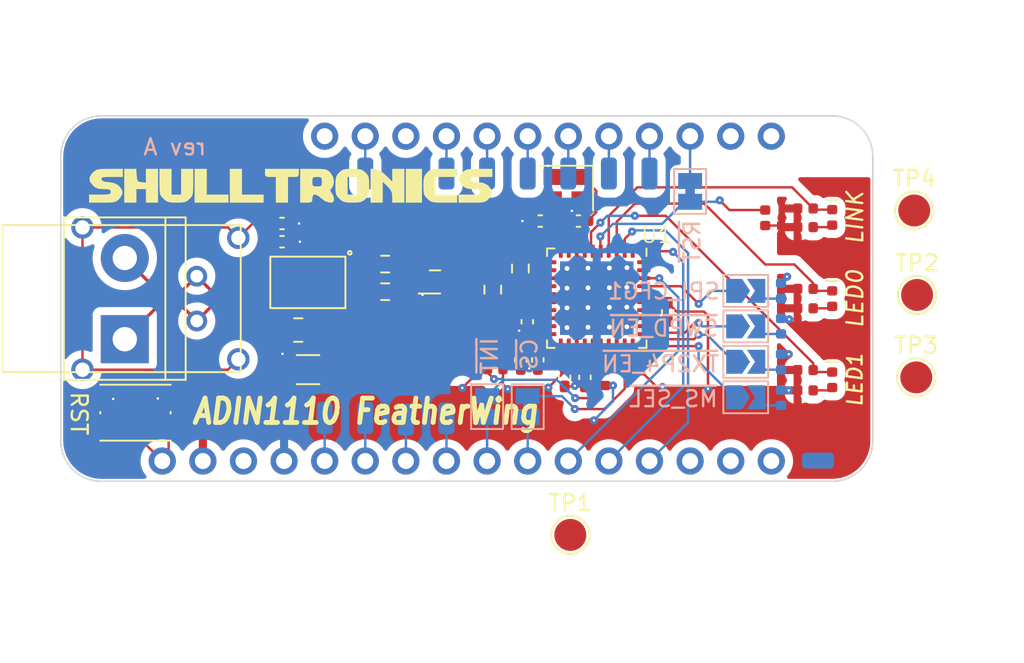
<source format=kicad_pcb>
(kicad_pcb (version 20221018) (generator pcbnew)
  (layers (0 "F.Cu" power) (1 "In1.Cu" signal) (2 "In2.Cu" signal) (31 "B.Cu" mixed) (34 "B.Paste" user) (35 "F.Paste" user) (36 "B.SilkS" user "B.Silkscreen") (37 "F.SilkS" user "F.Silkscreen") (38 "B.Mask" user) (39 "F.Mask" user) (44 "Edge.Cuts" user))
  (net 0 "")
  (net 1 "VBAT")
  (net 2 "GND")
  (net 3 "VCC")
  (net 4 "/~{EN}")
  (net 5 "/SCL")
  (net 6 "/SDA")
  (net 7 "/1V1")
  (net 8 "/TX")
  (net 9 "/RX")
  (net 10 "/MISO")
  (net 11 "/MOSI")
  (net 12 "/SCK")
  (net 13 "/~{RST}")
  (net 14 "Net-(T1-PM)")
  (net 15 "Net-(T1-OUT2A)")
  (net 16 "Net-(T1-OUT1B)")
  (net 17 "Net-(C13-Pad2)")
  (net 18 "/VREF")
  (net 19 "VUSB")
  (net 20 "/~{RST}_DEF")
  (net 21 "/~{INT}_DEF")
  (net 22 "/~{CS}_DEF")
  (net 23 "/~{INT}")
  (net 24 "/~{CS}")
  (net 25 "/~{TX2P4_EN}")
  (net 26 "Net-(JP4-B)")
  (net 27 "/SPI_CFG1")
  (net 28 "Net-(JP5-B)")
  (net 29 "/~{SWPD_EN}")
  (net 30 "Net-(JP6-B)")
  (net 31 "/MS_SEL")
  (net 32 "Net-(JP7-B)")
  (net 33 "/LED_0")
  (net 34 "Net-(U3-A)")
  (net 35 "/LED_1")
  (net 36 "Net-(U4-A)")
  (net 37 "/LINK_ST")
  (net 38 "Net-(U5-A)")
  (net 51 "/D-")
  (net 52 "/D+")
  (net 53 "/CEXT_3")
  (net 54 "/CEXT_2")
  (net 55 "/TEST1")
  (net 56 "/XTAL_I")
  (net 57 "/XTAL_O")
  (net 58 "Net-(C14-Pad2)")
  (net 60 "/Db+")
  (net 61 "/Da+")
  (net 62 "/Db-")
  (net 63 "/Da-")
  (net 64 "/TX-")
  (net 65 "/RX+")
  (net 66 "/RX-")
  (net 67 "/TX+")
  (net 68 "/Dc+")
  (net 69 "/Dc-")
  (net 70 "/~{RESET}")
  (net 71 "/USER")
  (net 72 "/A3")
  (net 73 "/A2")
  (net 74 "/A1")
  (net 75 "/A0")
  (net 76 "/D13")
  (net 77 "/D12")
  (net 78 "/D11")
  (net 79 "/D10")
  (net 80 "/D9")
  (net 81 "/D6")
  (footprint "Shulltronics_Generics:Shulltronics_Logo" (layer "F.Cu") (at 145.7198 85.598)
    (fp_text reference "L1" hide)
    (fp_text value "Shulltronics_Logo" hide)
  )
  (footprint "Shulltronics_Generics:C_0402_HandSolder" (layer "F.Cu") (at 162.0774 87.8586)
    (fp_text reference "C5" hide)
    (fp_text value "4055_Capacitor_10pF_50V_0402" hide)
  )
  (footprint "Resistor_SMD:R_0603_1608Metric_Pad0.98x0.95mm_HandSolder" (layer "F.Cu") (at 152.3746 90.551 180)
    (fp_text reference "C9" hide)
    (fp_text value "4059_Cap_220nF_50V_0603")
  )
  (footprint "TerminalBlock:TerminalBlock_bornier-2_P5.08mm" (layer "F.Cu") (at 136.085 95.25 90)
    (fp_text reference "J3" hide)
    (fp_text value "4060_TerminalBlock_NoScrew")
  )
  (footprint "" (layer "F.Cu") (at 151.13 84.8868)
    (fp_text reference "")
    (fp_text value "")
  )
  (footprint "Shulltronics_Generics:RES-0402" (layer "F.Cu") (at 178.6636 88.2396 180)
    (fp_text reference "R17" hide)
    (fp_text value "4038_Resistor_SMD_100_0.125W_1%")
  )
  (footprint "Capacitor_SMD:C_0805_2012Metric_Pad1.18x1.45mm_HandSolder" (layer "F.Cu") (at 146.939 94.6766 180)
    (fp_text reference "C12" hide)
    (fp_text value "4061_Capacitor_470nF_100V_0805")
  )
  (footprint "Shulltronics_ElectroMechanical:4012_PushButton_NO_SMD" (layer "F.Cu") (at 136.8096 99.9194 180)
    (fp_text reference "SW2" hide)
    (fp_text value "RST")
  )
  (footprint "Shulltronics_Connectors:4067_SPE_IP20" (layer "F.Cu") (at 135.889 92.71)
    (fp_text reference "J4" hide)
    (fp_text value "~")
  )
  (footprint "Shulltronics_Generics:TestPoint_Pad_D2.0mm" (layer "F.Cu") (at 185.6486 92.4814)
    (fp_text reference "TP2")
    (fp_text value "LED0")
  )
  (footprint "Shulltronics_Generics:LED_0402" (layer "F.Cu") (at 180.34 92.71 90)
    (fp_text reference "U3")
    (fp_text value "LED0")
  )
  (footprint "Shulltronics_Generics:RES-0402" (layer "F.Cu") (at 166.1414 97.663 90)
    (fp_text reference "R3" hide)
    (fp_text value "4065_Resistor_SMD_1k5_0.10W_1%")
  )
  (footprint "Shulltronics_Generics:LED_0402" (layer "F.Cu") (at 180.34 87.63 90)
    (fp_text reference "U5")
    (fp_text value "LINK")
  )
  (footprint "Shulltronics_Generics:RES-0402" (layer "F.Cu") (at 157.1752 90.8812 180)
    (fp_text reference "R5" hide)
    (fp_text value "4009_Resistor_SMD_5k1_0.10W_1%")
  )
  (footprint "Shulltronics_Generics:RES-0402" (layer "F.Cu") (at 178.6636 93.318701 180)
    (fp_text reference "R9" hide)
    (fp_text value "4038_Resistor_SMD_100_0.125W_1%")
  )
  (footprint "Shulltronics_Generics:RES-0402" (layer "F.Cu") (at 176.149 87.6554 90)
    (fp_text reference "R21" hide)
    (fp_text value "4008_Resistor_SMD_10k_0.125W_1%")
  )
  (footprint "Shulltronics_Integrated_Circuits:4058_TVS_2CH_Super_Speed" (layer "F.Cu") (at 155.1686 91.6686)
    (fp_text reference "U2" hide)
    (fp_text value "4058_TVS_2CH_Super_Speed")
  )
  (footprint "Shulltronics_Generics:RES-0402" (layer "F.Cu") (at 178.6636 97.179501)
    (fp_text reference "R11" hide)
    (fp_text value "4064_Resistor_SMD_4k7_0.10W_1%")
  )
  (footprint "Resistor_SMD:R_0603_1608Metric_Pad0.98x0.95mm_HandSolder" (layer "F.Cu") (at 152.3746 92.2782 180)
    (fp_text reference "C10" hide)
    (fp_text value "4059_Cap_220nF_50V_0603")
  )
  (footprint "Shulltronics_Generics:RES-0402" (layer "F.Cu") (at 149.5806 94.6634 -90)
    (fp_text reference "R12" hide)
    (fp_text value "4038_Resistor_SMD_100_0.125W_1%")
  )
  (footprint "Resistor_SMD:R_0603_1608Metric_Pad0.98x0.95mm_HandSolder" (layer "F.Cu") (at 159.1056 92.1512 -90)
    (fp_text reference "R2" hide)
    (fp_text value "4066_Resistor_SMD_10k2_0.1W_1%_0603")
  )
  (footprint "Shulltronics_Generics:RES-0402" (layer "F.Cu") (at 167.8432 97.2058)
    (fp_text reference "R20" hide)
    (fp_text value "4064_Resistor_SMD_4k7_0.10W_1%")
  )
  (footprint "Shulltronics_Passives:4004-Crystal-12MHz-4Pin_2.5x2.0mm" (layer "F.Cu") (at 163.7284 85.8012 180)
    (fp_text reference "Y1" hide)
    (fp_text value "4056_Crystal_25MHz" hide)
  )
  (footprint "Shulltronics_Generics:TestPoint_Pad_D2.0mm" (layer "F.Cu") (at 185.4708 87.1982)
    (fp_text reference "TP4")
    (fp_text value "LINK")
  )
  (footprint "Shulltronics_Generics:TestPoint_Pad_D2.0mm" (layer "F.Cu") (at 163.957 107.4928)
    (fp_text reference "TP1")
    (fp_text value "1V1")
  )
  (footprint "Shulltronics_Passives:4057_Super_Tiny_Signal_Transformer" (layer "F.Cu") (at 147.5366 91.6964 180)
    (fp_text reference "T1" hide)
    (fp_text value "4057_Super_Tiny_Signal_Transformer")
  )
  (footprint "Shulltronics_Generics:C_0402_HandSolder" (layer "F.Cu") (at 160.8582 96.5454 90)
    (fp_text reference "C8" hide)
    (fp_text value "3089_Capacitor_100n_16V_0402" hide)
  )
  (footprint "Shulltronics_Generics:TestPoint_Pad_D2.0mm" (layer "F.Cu") (at 185.5978 97.6376)
    (fp_text reference "TP3")
    (fp_text value "LED1")
  )
  (footprint "Shulltronics_Generics:RES-0402" (layer "F.Cu") (at 157.1752 93.1164)
    (fp_text reference "R7" hide)
    (fp_text value "4053_Resistor_SMD_49.9_0.125W_1%")
  )
  (footprint "Shulltronics_Generics:RES-0402" (layer "F.Cu") (at 159.258 97.1296 180)
    (fp_text reference "R19" hide)
    (fp_text value "4065_Resistor_SMD_1k5_0.10W_1%")
  )
  (footprint "Shulltronics_Integrated_Circuits:4052_ADIN1110_40QFN" (layer "F.Cu") (at 165.6104 92.6846 -90)
    (fp_text reference "U1")
    (fp_text value "4052_ADIN1110")
  )
  (footprint "Shulltronics_Generics:C_0402_HandSolder" (layer "F.Cu") (at 170.053 93.5395 90)
    (fp_text reference "C2" hide)
    (fp_text value "3089_Capacitor_100n_16V_0402" hide)
  )
  (footprint "Shulltronics_Generics:C_0402_HandSolder" (layer "F.Cu") (at 161.2646 94.1578 90)
    (fp_text reference "C1" hide)
    (fp_text value "3089_Capacitor_100n_16V_0402" hide)
  )
  (footprint "Shulltronics_Generics:C_0402_HandSolder" (layer "F.Cu") (at 164.465 87.8586)
    (fp_text reference "C4" hide)
    (fp_text value "4055_Capacitor_10pF_50V_0402" hide)
  )
  (footprint "Shulltronics_Generics:C_0402_HandSolder" (layer "F.Cu") (at 145.923 89.154 180)
    (fp_text reference "C11" hide)
    (fp_text value "4063_Capacitor_100n_50V_0402" hide)
  )
  (footprint "Shulltronics_Generics:LED_0402" (layer "F.Cu") (at 180.34 97.79 90)
    (fp_text reference "U4" hide)
    (fp_text value "LED1")
  )
  (footprint "Capacitor_SMD:C_1206_3216Metric_Pad1.33x1.80mm_HandSolder" (layer "F.Cu") (at 147.5486 97.155)
    (fp_text reference "C13" hide)
    (fp_text value "4062_Capacitor_1nF_2kV_1206")
  )
  (footprint "Shulltronics_Generics:C_0402_HandSolder" (layer "F.Cu") (at 164.8714 97.6376 90)
    (fp_text reference "C6" hide)
    (fp_text value "3089_Capacitor_100n_16V_0402" hide)
  )
  (footprint "Shulltronics_Connectors:4040_Header_12pos_2.54mm" (layer "F.Cu") (at 148.59 82.55 90)
    (fp_text reference "J2" hide)
    (fp_text value "4040_Header_Male_Vert_12pin_0.1in" hide)
  )
  (footprint "Resistor_SMD:R_0603_1608Metric_Pad0.98x0.95mm_HandSolder" (layer "F.Cu") (at 160.8328 90.8304 -90)
    (fp_text reference "R1" hide)
    (fp_text value "4066_Resistor_SMD_10k2_0.1W_1%_0603")
  )
  (footprint "Shulltronics_Generics:RES-0402" (layer "F.Cu") (at 178.6636 92.099501)
    (fp_text reference "R8" hide)
    (fp_text value "4064_Resistor_SMD_4k7_0.10W_1%")
  )
  (footprint "Shulltronics_Generics:C_0402_HandSolder" (layer "F.Cu") (at 163.6014 97.6376 90)
    (fp_text reference "C3" hide)
    (fp_text value "3089_Capacitor_100n_16V_0402" hide)
  )
  (footprint "Shulltronics_Generics:RES-0402" (layer "F.Cu") (at 157.1752 91.9988 180)
    (fp_text reference "R6" hide)
    (fp_text value "4009_Resistor_SMD_5k1_0.10W_1%")
  )
  (footprint "Shulltronics_Connectors:4039_Header_16pos_2.54mm" (layer "F.Cu") (at 176.53 102.87 -90)
    (fp_text reference "J1" hide)
    (fp_text value "4039_Header_Male_Vert_16pin_0.1in" hide)
  )
  (footprint "Shulltronics_Generics:RES-0402" (layer "F.Cu") (at 178.6636 98.449501 180)
    (fp_text reference "R14" hide)
    (fp_text value "4038_Resistor_SMD_100_0.125W_1%")
  )
  (footprint "Shulltronics_Generics:C_0402_HandSolder" (layer "F.Cu") (at 145.923 88.011 180)
    (fp_text reference "C14" hide)
    (fp_text value "4069_Capacitor_3.3n_50V_0402" hide)
  )
  (footprint "Shulltronics_Generics:C_0402_HandSolder" (layer "F.Cu") (at 161.925 96.5454 90)
    (fp_text reference "C7" hide)
    (fp_text value "4013_Capacitor_1u_16V_0402" hide)
  )
  (footprint "Shulltronics_Generics:RES-0402" (layer "F.Cu") (at 157.1752 89.8144)
    (fp_text reference "R4" hide)
    (fp_text value "4053_Resistor_SMD_49.9_0.125W_1%")
  )
  (footprint "Shulltronics_Generics:RES-0402" (layer "F.Cu") (at 178.6636 87.0712)
    (fp_text reference "R15" hide)
    (fp_text value "4064_Resistor_SMD_4k7_0.10W_1%")
  )
  (footprint "Connector_Wire:SolderWirePad_1x01_SMD_1x2mm" (layer "B.Cu") (at 166.37 84.8868 180)
    (fp_text reference "REF**" hide)
    (fp_text value "SolderWirePad_1x01_SMD_1x2mm")
  )
  (footprint "Connector_Wire:SolderWirePad_1x01_SMD_1x2mm" (layer "B.Cu") (at 168.91 84.8868 180)
    (fp_text reference "REF**" hide)
    (fp_text value "SolderWirePad_1x01_SMD_1x2mm")
  )
  (footprint "Jumper:SolderJumper-2_P1.3mm_Bridged_Pad1.0x1.5mm" (layer "B.Cu") (at 158.75 99.4664 -90)
    (fp_text reference "JP1" hide)
    (fp_text value "~{INT}")
  )
  (footprint "Connector_Wire:SolderWirePad_1x01_SMD_1x2mm" (layer "B.Cu") (at 179.451 102.8446 -90)
    (fp_text reference "REF**" hide)
    (fp_text value "SolderWirePad_1x01_SMD_1x2mm")
  )
  (footprint "Connector_Wire:SolderWirePad_1x01_SMD_1x2mm" (layer "B.Cu") (at 156.21 100.203 180)
    (fp_text reference "REF**" hide)
    (fp_text value "SolderWirePad_1x01_SMD_1x2mm")
  )
  (footprint "Connector_Wire:SolderWirePad_1x01_SMD_1x2mm" (layer "B.Cu") (at 161.29 84.8868 180)
    (fp_text reference "REF**" hide)
    (fp_text value "SolderWirePad_1x01_SMD_1x2mm")
  )
  (footprint "Connector_Wire:SolderWirePad_1x01_SMD_1x2mm" (layer "B.Cu") (at 148.59 100.1776 180)
    (fp_text reference "REF**" hide)
    (fp_text value "SolderWirePad_1x01_SMD_1x2mm")
  )
  (footprint "Jumper:SolderJumper-2_P1.3mm_Open_TrianglePad1.0x1.5mm" (layer "B.Cu") (at 174.9298 92.2274)
    (fp_text reference "JP5" hide)
    (fp_text value "SPI_CFG1")
  )
  (footprint "Connector_Wire:SolderWirePad_1x01_SMD_1x2mm" (layer "B.Cu") (at 153.67 100.2792 180)
    (fp_text reference "REF**" hide)
    (fp_text value "SolderWirePad_1x01_SMD_1x2mm")
  )
  (footprint "Jumper:SolderJumper-2_P1.3mm_Open_TrianglePad1.0x1.5mm" (layer "B.Cu") (at 174.9298 98.882198)
    (fp_text reference "JP7" hide)
    (fp_text value "~{MS_SEL}")
  )
  (footprint "Jumper:SolderJumper-2_P1.3mm_Open_TrianglePad1.0x1.5mm" (layer "B.Cu") (at 174.9298 94.445666)
    (fp_text reference "JP6" hide)
    (fp_text value "~{SWPD_EN}")
  )
  (footprint "Connector_Wire:SolderWirePad_1x01_SMD_1x2mm" (layer "B.Cu") (at 163.83 84.8868 180)
    (fp_text reference "REF**" hide)
    (fp_text value "SolderWirePad_1x01_SMD_1x2mm")
  )
  (footprint "Shulltronics_Generics:RES-0402" (layer "B.Cu") (at 177.1396 92.2274 -90)
    (fp_text reference "R13" hide)
    (fp_text value "4064_Resistor_SMD_4k7_0.10W_1%")
  )
  (footprint "Connector_Wire:SolderWirePad_1x01_SMD_1x2mm" (layer "B.Cu") (at 151.13 100.1776 180)
    (fp_text reference "REF**" hide)
    (fp_text value "SolderWirePad_1x01_SMD_1x2mm")
  )
  (footprint "Connector_Wire:SolderWirePad_1x01_SMD_1x2mm" (layer "B.Cu") (at 156.21 84.8868)
    (fp_text reference "REF**" hide)
    (fp_text value "SolderWirePad_1x01_SMD_1x2mm")
  )
  (footprint "Jumper:SolderJumper-2_P1.3mm_Bridged_Pad1.0x1.5mm" (layer "B.Cu") (at 171.45 86.0044 90)
    (fp_text reference "JP2" hide)
    (fp_text value "~{RST}")
  )
  (footprint "Jumper:SolderJumper-2_P1.3mm_Open_TrianglePad1.0x1.5mm" (layer "B.Cu") (at 174.9298 96.663932)
    (fp_text reference "JP4" hide)
    (fp_text value "~{TX2P4_EN}")
  )
  (footprint "Connector_Wire:SolderWirePad_1x01_SMD_1x2mm" (layer "B.Cu") (at 158.75 84.8868 180)
    (fp_text reference "REF**" hide)
    (fp_text value "SolderWirePad_1x01_SMD_1x2mm")
  )
  (footprint "Shulltronics_Generics:RES-0402" (layer "B.Cu") (at 177.1396 98.9076 -90)
    (fp_text reference "R18" hide)
    (fp_text value "4064_Resistor_SMD_4k7_0.10W_1%")
  )
  (footprint "Shulltronics_Generics:RES-0402" (layer "B.Cu") (at 177.1396 96.6724 -90)
    (fp_text reference "R10" hide)
    (fp_text value "4064_Resistor_SMD_4k7_0.10W_1%")
  )
  (footprint "Jumper:SolderJumper-2_P1.3mm_Bridged_Pad1.0x1.5mm" (layer "B.Cu") (at 161.29 99.4664 -90)
    (fp_text reference "JP3" hide)
    (fp_text value "~{CS}")
  )
  (footprint "Shulltronics_Generics:RES-0402" (layer "B.Cu") (at 177.1396 94.4372 -90)
    (fp_text reference "R16" hide)
    (fp_text value "4064_Resistor_SMD_4k7_0.10W_1%")
  )
  (gr_line (start 132.08 101.6) (end 132.08 83.82) (stroke (width 0.1)) (layer "Edge.Cuts"))
  (gr_line (start 180.34 81.28) (end 134.62 81.28) (stroke (width 0.1)) (layer "Edge.Cuts"))
  (gr_arc (start 180.34 81.28) (mid 182.136051 82.023949) (end 182.88 83.82) (stroke (width 0.1)) (layer "Edge.Cuts"))
  (gr_arc (start 182.880001 101.600001) (mid 182.136052 103.396052) (end 180.340001 104.140001) (stroke (width 0.1)) (layer "Edge.Cuts"))
  (gr_arc (start 132.08 83.82) (mid 132.823949 82.023949) (end 134.62 81.28) (stroke (width 0.1)) (layer "Edge.Cuts"))
  (gr_arc (start 134.62 104.14) (mid 132.823949 103.396051) (end 132.08 101.6) (stroke (width 0.1)) (layer "Edge.Cuts"))
  (gr_line (start 134.62 104.14) (end 180.340001 104.140001) (stroke (width 0.1)) (layer "Edge.Cuts"))
  (gr_line (start 182.880001 101.600001) (end 182.88 83.82) (stroke (width 0.1)) (layer "Edge.Cuts"))
  (gr_text "rev A" (at 141.2748 83.82) (layer "B.SilkS") (effects (font (size 1.016 1.016) (thickness 0.1524)) (justify left bottom mirror)))
  (gr_text "ADIN1110 FeatherWing" (at 140.1826 100.6602) (layer "F.SilkS") (effects (font (size 1.524 1.27) (thickness 0.3048) bold italic) (justify left bottom)))
  (segment (start 154.7114 92.4814) (end 154.7114 92.0614) (width 0.1524) (layer "F.Cu") (net 2))
  (segment (start 163.6014 98.2051) (end 164.8714 98.2051) (width 0.1524) (layer "F.Cu") (net 2))
  (segment (start 163.8975 87.8586) (end 163.8975 87.3847) (width 0.1524) (layer "F.Cu") (net 2))
  (segment (start 154.7114 92.0614) (end 154.6936 92.0436) (width 0.1524) (layer "F.Cu") (net 2))
  (segment (start 163.8975 87.3847) (end 164.0586 87.2236) (width 0.1524) (layer "F.Cu") (net 2))
  (via (at 162.56 84.4042) (size 0.508) (drill 0.1524) (layers "F.Cu" "B.Cu") (net 2))
  (via (at 160.9598 87.8586) (size 0.508) (drill 0.1524) (layers "F.Cu" "B.Cu") (net 2))
  (via (at 135.3566 98.9838) (size 0.508) (drill 0.1524) (layers "F.Cu" "B.Cu") (net 2))
  (via (at 169.6466 93.7514) (size 0.508) (drill 0.1524) (layers "F.Cu" "B.Cu") (net 2))
  (via (at 164.0586 87.2236) (size 0.508) (drill 0.1524) (layers "F.Cu" "B.Cu") (net 2))
  (via (at 146.9898 88.011) (size 0.508) (drill 0.1524) (layers "F.Cu" "B.Cu") (net 2))
  (via (at 161.3916 97.0788) (size 0.508) (drill 0.1524) (layers "F.Cu" "B.Cu") (net 2))
  (via (at 147.0406 89.154) (size 0.508) (drill 0.1524) (layers "F.Cu" "B.Cu") (net 2))
  (via (at 164.2364 98.171) (size 0.508) (drill 0.1524) (layers "F.Cu" "B.Cu") (net 2))
  (via (at 145.9484 96.1644) (size 0.508) (drill 0.1524) (layers "F.Cu" "B.Cu") (net 2))
  (via (at 160.7566 94.7166) (size 0.508) (drill 0.1524) (layers "F.Cu" "B.Cu") (net 2))
  (via (at 138.1506 98.9584) (size 0.508) (drill 0.1524) (layers "F.Cu" "B.Cu") (net 2))
  (via (at 154.7114 92.4814) (size 0.508) (drill 0.1524) (layers "F.Cu" "B.Cu") (net 2))
  (segment (start 163.6014 97.0701) (end 163.6014 97.2566) (width 0.1524) (layer "F.Cu") (net 3))
  (segment (start 159.743 97.1296) (end 159.743 98.0718) (width 0.1524) (layer "F.Cu") (net 3))
  (segment (start 176.149 88.1404) (end 178.0794 88.1404) (width 0.1524) (layer "F.Cu") (net 3))
  (segment (start 161.4203 93.4346) (end 162.6729 93.4346) (width 0.1524) (layer "F.Cu") (net 3))
  (segment (start 163.6014 97.0701) (end 163.8604 96.8111) (width 0.1524) (layer "F.Cu") (net 3))
  (segment (start 157.988 97.5106) (end 157.2006 98.298) (width 0.1524) (layer "F.Cu") (net 3))
  (segment (start 168.5479 92.9346) (end 170.0149 92.9346) (width 0.1524) (layer "F.Cu") (net 3))
  (segment (start 169.3696 98.2472) (end 169.7228 98.2472) (width 0.1524) (layer "F.Cu") (net 3))
  (segment (start 157.988 96.3422) (end 157.988 97.5106) (width 0.1524) (layer "F.Cu") (net 3))
  (segment (start 162.6729 92.9346) (end 162.6729 93.4346) (width 0.1524) (layer "F.Cu") (net 3))
  (segment (start 170.6038 93.5228) (end 172.3136 93.5228) (width 0.1524) (layer "F.Cu") (net 3))
  (segment (start 170.053 92.972) (end 170.6038 93.5228) (width 0.1524) (layer "F.Cu") (net 3))
  (segment (start 168.3282 97.2058) (end 169.3696 98.2472) (width 0.1524) (layer "F.Cu") (net 3))
  (segment (start 163.8604 96.8111) (end 163.8604 95.6221) (width 0.1524) (layer "F.Cu") (net 3))
  (segment (start 163.6014 97.2566) (end 162.5854 98.2726) (width 0.1524) (layer "F.Cu") (net 3))
  (segment (start 159.743 98.0718) (end 160.0454 98.3742) (width 0.1524) (layer "F.Cu") (net 3))
  (segment (start 172.5676 93.7768) (end 172.5676 98.3488) (width 0.1524) (layer "F.Cu") (net 3))
  (segment (start 160.1494 98.2702) (end 160.0454 98.3742) (width 0.1524) (layer "F.Cu") (net 3))
  (segment (start 170.0149 92.9346) (end 170.0189 92.9386) (width 0.1524) (layer "F.Cu") (net 3))
  (segment (start 160.7399 93.5903) (end 157.988 96.3422) (width 0.1524) (layer "F.Cu") (net 3))
  (segment (start 161.2646 93.5903) (end 161.4203 93.4346) (width 0.1524) (layer "F.Cu") (net 3))
  (segment (start 178.0794 88.1404) (end 178.1786 88.2396) (width 0.1524) (layer "F.Cu") (net 3))
  (segment (start 161.2646 93.5903) (end 160.7399 93.5903) (width 0.1524) (layer "F.Cu") (net 3))
  (segment (start 172.3136 93.5228) (end 172.5676 93.7768) (width 0.1524) (layer "F.Cu") (net 3))
  (via (at 157.2006 98.298) (size 0.508) (drill 0.1524) (layers "F.Cu" "B.Cu") (net 3))
  (via (at 177.6222 98.4504) (size 0.508) (drill 0.1524) (layers "F.Cu" "B.Cu") (net 3))
  (via (at 169.7228 98.2472) (size 0.508) (drill 0.1524) (layers "F.Cu" "B.Cu") (net 3))
  (via (at 160.0454 98.3742) (size 0.508) (drill 0.1524) (layers "F.Cu" "B.Cu") (net 3))
  (via (at 177.5206 91.3384) (size 0.508) (drill 0.1524) (layers "F.Cu" "B.Cu") (net 3))
  (via (at 166.624 98.1456) (size 0.508) (drill 0.1524) (layers "F.Cu" "B.Cu") (net 3))
  (via (at 177.6222 96.1898) (size 0.508) (drill 0.1524) (layers "F.Cu" "B.Cu") (net 3))
  (via (at 162.5854 98.2726) (size 0.508) (drill 0.1524) (layers "F.Cu" "B.Cu") (net 3))
  (via (at 177.6476 94.0054) (size 0.508) (drill 0.1524) (layers "F.Cu" "B.Cu") (net 3))
  (via (at 165.4302 100.33) (size 0.508) (drill 0.1524) (layers "F.Cu" "B.Cu") (net 3))
  (via (at 172.5676 98.3488) (size 0.508) (drill 0.1524) (layers "F.Cu" "B.Cu") (net 3))
  (segment (start 166.624 98.1456) (end 166.624 99.1362) (width 0.1524) (layer "B.Cu") (net 3))
  (segment (start 166.624 99.1362) (end 165.4302 100.33) (width 0.1524) (layer "B.Cu") (net 3))
  (segment (start 151.13 84.8868) (end 151.13 82.55) (width 0.1524) (layer "B.Cu") (net 4))
  (segment (start 164.8714 97.0701) (end 164.8714 95.6331) (width 0.1524) (layer "F.Cu") (net 7))
  (segment (start 164.8714 95.6331) (end 164.8604 95.6221) (width 0.1524) (layer "F.Cu") (net 7))
  (segment (start 164.3604 95.6221) (end 164.8604 95.6221) (width 0.1524) (layer "F.Cu") (net 7))
  (segment (start 167.8178 88.5185) (end 167.3604 88.9759) (width 0.1524) (layer "F.Cu") (net 10))
  (segment (start 167.3604 88.9759) (end 167.3604 89.7471) (width 0.1524) (layer "F.Cu") (net 10))
  (via (at 167.8178 88.5185) (size 0.508) (drill 0.1524) (layers "F.Cu" "B.Cu") (net 10))
  (segment (start 167.8935 88.4428) (end 169.9006 88.4428) (width 0.1524) (layer "B.Cu") (net 10))
  (segment (start 171.323 100.457) (end 168.91 102.87) (width 0.1524) (layer "B.Cu") (net 10))
  (segment (start 171.323 89.8652) (end 171.323 100.457) (width 0.1524) (layer "B.Cu") (net 10))
  (segment (start 169.9006 88.4428) (end 171.323 89.8652) (width 0.1524) (layer "B.Cu") (net 10))
  (segment (start 167.8178 88.5185) (end 167.8935 88.4428) (width 0.1524) (layer "B.Cu") (net 10))
  (segment (start 170.3832 89.789) (end 170.3413 89.7471) (width 0.1524) (layer "F.Cu") (net 11))
  (segment (start 170.3413 89.7471) (end 167.8604 89.7471) (width 0.1524) (layer "F.Cu") (net 11))
  (via (at 170.3832 89.789) (size 0.508) (drill 0.1524) (layers "F.Cu" "B.Cu") (net 11))
  (segment (start 170.3832 89.789) (end 171.0182 90.424) (width 0.1524) (layer "B.Cu") (net 11))
  (segment (start 171.0182 98.2218) (end 166.37 102.87) (width 0.1524) (layer "B.Cu") (net 11))
  (segment (start 171.0182 90.424) (end 171.0182 98.2218) (width 0.1524) (layer "B.Cu") (net 11))
  (segment (start 169.5142 91.4346) (end 168.5479 91.4346) (width 0.1524) (layer "F.Cu") (net 12))
  (segment (start 169.5196 91.44) (end 169.5142 91.4346) (width 0.1524) (layer "F.Cu") (net 12))
  (via (at 169.5196 91.44) (size 0.508) (drill 0.1524) (layers "F.Cu" "B.Cu") (net 12))
  (segment (start 170.7134 95.9866) (end 163.83 102.87) (width 0.1524) (layer "B.Cu") (net 12))
  (segment (start 169.5196 91.44) (end 170.7134 92.6338) (width 0.1524) (layer "B.Cu") (net 12))
  (segment (start 170.7134 92.6338) (end 170.7134 95.9866) (width 0.1524) (layer "B.Cu") (net 12))
  (segment (start 136.6602 101.1002) (end 138.43 102.87) (width 0.1524) (layer "F.Cu") (net 13))
  (segment (start 138.8286 102.4714) (end 138.43 102.87) (width 0.1524) (layer "F.Cu") (net 13))
  (segment (start 134.6786 101.1002) (end 136.6602 101.1002) (width 0.1524) (layer "F.Cu") (net 13))
  (segment (start 138.8286 101.1002) (end 138.8286 102.4714) (width 0.1524) (layer "F.Cu") (net 13))
  (segment (start 145.3555 89.154) (end 145.3555 90.2103) (width 0.1524) (layer "F.Cu") (net 14))
  (segment (start 145.3555 90.2103) (end 145.5366 90.3914) (width 0.1524) (layer "F.Cu") (net 14))
  (segment (start 149.5806 94.1784) (end 149.9266 93.8324) (width 0.1524) (layer "F.Cu") (net 15))
  (segment (start 148.4747 94.1784) (end 147.9765 94.6766) (width 0.1524) (layer "F.Cu") (net 15))
  (segment (start 149.5806 94.1784) (end 148.4747 94.1784) (width 0.1524) (layer "F.Cu") (net 15))
  (segment (start 149.9266 93.8324) (end 149.9266 93.0464) (width 0.1524) (layer "F.Cu") (net 15))
  (segment (start 145.9015 94.6766) (end 147.5317 93.0464) (width 0.1524) (layer "F.Cu") (net 16))
  (segment (start 147.5317 93.0464) (end 149.1366 93.0464) (width 0.1524) (layer "F.Cu") (net 16))
  (segment (start 149.1111 95.6179) (end 149.5806 95.1484) (width 0.1524) (layer "F.Cu") (net 17))
  (segment (start 149.1111 97.155) (end 149.1111 95.6179) (width 0.1524) (layer "F.Cu") (net 17))
  (segment (start 171.45 85.3544) (end 171.45 82.55) (width 0.1524) (layer "B.Cu") (net 20))
  (segment (start 158.75 100.1164) (end 158.75 102.87) (width 0.1524) (layer "B.Cu") (net 21))
  (segment (start 161.29 100.1164) (end 161.29 102.87) (width 0.1524) (layer "B.Cu") (net 22))
  (segment (start 158.773 97.1296) (end 158.773 97.3304) (width 0.1524) (layer "F.Cu") (net 23))
  (segment (start 158.773 97.3304) (end 159.1818 97.7392) (width 0.1524) (layer "F.Cu") (net 23))
  (segment (start 165.41 95.6717) (end 165.3604 95.6221) (width 0.1524) (layer "F.Cu") (net 23))
  (segment (start 164.2618 98.933) (end 165.053492 98.933) (width 0.1524) (layer "F.Cu") (net 23))
  (segment (start 165.41 98.576492) (end 165.41 95.6717) (width 0.1524) (layer "F.Cu") (net 23))
  (segment (start 165.053492 98.933) (end 165.41 98.576492) (width 0.1524) (layer "F.Cu") (net 23))
  (via (at 164.2618 98.933) (size 0.508) (drill 0.1524) (layers "F.Cu" "B.Cu") (net 23))
  (via (at 159.1818 97.7392) (size 0.508) (drill 0.1524) (layers "F.Cu" "B.Cu") (net 23))
  (segment (start 164.2618 98.933) (end 163.1188 97.79) (width 0.1524) (layer "B.Cu") (net 23))
  (segment (start 159.1818 97.7392) (end 159.7256 97.7392) (width 0.1524) (layer "B.Cu") (net 23))
  (segment (start 159.7256 97.7392) (end 159.7764 97.79) (width 0.1524) (layer "B.Cu") (net 23))
  (segment (start 163.1188 97.79) (end 159.7764 97.79) (width 0.1524) (layer "B.Cu") (net 23))
  (segment (start 159.7764 97.79) (end 158.75 98.8164) (width 0.1524) (layer "B.Cu") (net 23))
  (segment (start 164.2364 99.6188) (end 166.0906 99.6188) (width 0.1524) (layer "F.Cu") (net 24))
  (segment (start 167.3604 98.349) (end 167.3604 95.6221) (width 0.1524) (layer "F.Cu") (net 24))
  (segment (start 166.0906 99.6188) (end 167.3604 98.349) (width 0.1524) (layer "F.Cu") (net 24))
  (via (at 164.2364 99.6188) (size 0.508) (drill 0.1524) (layers "F.Cu" "B.Cu") (net 24))
  (segment (start 163.434 98.8164) (end 161.29 98.8164) (width 0.1524) (layer "B.Cu") (net 24))
  (segment (start 164.2364 99.6188) (end 163.434 98.8164) (width 0.1524) (layer "B.Cu") (net 24))
  (segment (start 171.704 95.25) (end 171.9834 94.9706) (width 0.1524) (layer "F.Cu") (net 25))
  (segment (start 168.8633 95.25) (end 171.704 95.25) (width 0.1524) (layer "F.Cu") (net 25))
  (segment (start 168.5479 94.9346) (end 168.8633 95.25) (width 0.1524) (layer "F.Cu") (net 25))
  (via (at 171.9834 94.9706) (size 0.508) (drill 0.1524) (layers "F.Cu" "B.Cu") (net 25))
  (segment (start 172.511468 94.9706) (end 174.2048 96.663932) (width 0.1524) (layer "B.Cu") (net 25))
  (segment (start 171.9834 94.9706) (end 172.511468 94.9706) (width 0.1524) (layer "B.Cu") (net 25))
  (segment (start 177.038 97.1574) (end 176.148268 97.1574) (width 0.1524) (layer "B.Cu") (net 26))
  (segment (start 176.148268 97.1574) (end 175.6548 96.663932) (width 0.1524) (layer "B.Cu") (net 26))
  (segment (start 170.8778 91.9346) (end 168.5479 91.9346) (width 0.1524) (layer "F.Cu") (net 27))
  (segment (start 171.9834 93.0402) (end 170.8778 91.9346) (width 0.1524) (layer "F.Cu") (net 27))
  (via (at 171.9834 93.0402) (size 0.508) (drill 0.1524) (layers "F.Cu" "B.Cu") (net 27))
  (segment (start 172.7962 92.2274) (end 174.2048 92.2274) (width 0.1524) (layer "B.Cu") (net 27))
  (segment (start 171.9834 93.0402) (end 172.7962 92.2274) (width 0.1524) (layer "B.Cu") (net 27))
  (segment (start 177.038 92.7124) (end 176.1398 92.7124) (width 0.1524) (layer "B.Cu") (net 28))
  (segment (start 176.1398 92.7124) (end 175.6548 92.2274) (width 0.1524) (layer "B.Cu") (net 28))
  (segment (start 169.7736 94.8436) (end 171.1198 94.8436) (width 0.1524) (layer "F.Cu") (net 29))
  (segment (start 168.5479 93.9346) (end 168.89 93.9346) (width 0.1524) (layer "F.Cu") (net 29))
  (segment (start 168.89 93.9346) (end 169.7736 94.8182) (width 0.1524) (layer "F.Cu") (net 29))
  (segment (start 171.1198 94.8436) (end 171.7294 94.234) (width 0.1524) (layer "F.Cu") (net 29))
  (segment (start 171.7294 94.234) (end 171.9834 94.234) (width 0.1524) (layer "F.Cu") (net 29))
  (segment (start 169.7736 94.8182) (end 169.7736 94.8436) (width 0.1524) (layer "F.Cu") (net 29))
  (via (at 171.9834 94.234) (size 0.508) (drill 0.1524) (layers "F.Cu" "B.Cu") (net 29))
  (segment (start 172.195066 94.445666) (end 171.9834 94.234) (width 0.1524) (layer "B.Cu") (net 29))
  (segment (start 174.2048 94.445666) (end 172.195066 94.445666) (width 0.1524) (layer "B.Cu") (net 29))
  (segment (start 177.038 94.9222) (end 176.131334 94.9222) (width 0.1524) (layer "B.Cu") (net 30))
  (segment (start 176.131334 94.9222) (end 175.6548 94.445666) (width 0.1524) (layer "B.Cu") (net 30))
  (segment (start 171.9834 95.6818) (end 167.9201 95.6818) (width 0.1524) (layer "F.Cu") (net 31))
  (segment (start 167.9201 95.6818) (end 167.8604 95.6221) (width 0.1524) (layer "F.Cu") (net 31))
  (via (at 171.9834 95.6818) (size 0.508) (drill 0.1524) (layers "F.Cu" "B.Cu") (net 31))
  (segment (start 174.2048 98.882198) (end 171.9834 96.660798) (width 0.1524) (layer "B.Cu") (net 31))
  (segment (start 171.9834 96.660798) (end 171.9834 95.6818) (width 0.1524) (layer "B.Cu") (net 31))
  (segment (start 177.038 99.3926) (end 176.165202 99.3926) (width 0.1524) (layer "B.Cu") (net 32))
  (segment (start 176.165202 99.3926) (end 175.6548 98.882198) (width 0.1524) (layer "B.Cu") (net 32))
  (segment (start 179.274099 92.225) (end 179.1486 92.099501) (width 0.1524) (layer "F.Cu") (net 33))
  (segment (start 166.8604 87.9016) (end 166.8604 89.7471) (width 0.1524) (layer "F.Cu") (net 33))
  (segment (start 176.149 90.5764) (end 172.339 86.7664) (width 0.1524) (layer "F.Cu") (net 33))
  (segment (start 177.9778 90.5764) (end 176.149 90.5764) (width 0.1524) (layer "F.Cu") (net 33))
  (segment (start 180.34 92.225) (end 179.274099 92.225) (width 0.1524) (layer "F.Cu") (net 33))
  (segment (start 179.1486 91.7472) (end 177.9778 90.5764) (width 0.1524) (layer "F.Cu") (net 33))
  (segment (start 172.339 86.7664) (end 167.9956 86.7664) (width 0.1524) (layer "F.Cu") (net 33))
  (segment (start 167.9956 86.7664) (end 166.8604 87.9016) (width 0.1524) (layer "F.Cu") (net 33))
  (segment (start 179.1486 92.099501) (end 179.1486 91.7472) (width 0.1524) (layer "F.Cu") (net 33))
  (segment (start 180.216299 93.318701) (end 180.34 93.195) (width 0.1524) (layer "F.Cu") (net 34))
  (segment (start 179.1486 93.318701) (end 180.216299 93.318701) (width 0.1524) (layer "F.Cu") (net 34))
  (segment (start 179.1486 96.751) (end 176.7586 94.361) (width 0.1524) (layer "F.Cu") (net 35))
  (segment (start 165.2524 88.5444) (end 165.2524 89.6391) (width 0.1524) (layer "F.Cu") (net 35))
  (segment (start 179.274099 97.305) (end 179.1486 97.179501) (width 0.1524) (layer "F.Cu") (net 35))
  (segment (start 180.34 97.305) (end 179.274099 97.305) (width 0.1524) (layer "F.Cu") (net 35))
  (segment (start 165.8366 87.9602) (end 165.8366 87.964492) (width 0.1524) (layer "F.Cu") (net 35))
  (segment (start 169.926 87.5284) (end 167.9956 87.5284) (width 0.1524) (layer "F.Cu") (net 35))
  (segment (start 165.3286 88.4682) (end 165.2524 88.5444) (width 0.1524) (layer "F.Cu") (net 35))
  (segment (start 176.7586 94.361) (end 169.926 87.5284) (width 0.1524) (layer "F.Cu") (net 35))
  (segment (start 179.1486 97.179501) (end 179.1486 96.751) (width 0.1524) (layer "F.Cu") (net 35))
  (segment (start 165.8366 87.964492) (end 165.332892 88.4682) (width 0.1524) (layer "F.Cu") (net 35))
  (segment (start 165.2524 89.6391) (end 165.3604 89.7471) (width 0.1524) (layer "F.Cu") (net 35))
  (segment (start 165.332892 88.4682) (end 165.3286 88.4682) (width 0.1524) (layer "F.Cu") (net 35))
  (via (at 165.8366 87.9602) (size 0.508) (drill 0.1524) (layers "F.Cu" "B.Cu") (net 35))
  (via (at 167.9956 87.5284) (size 0.508) (drill 0.1524) (layers "F.Cu" "B.Cu") (net 35))
  (segment (start 167.9956 87.5284) (end 166.2684 87.5284) (width 0.1524) (layer "B.Cu") (net 35))
  (segment (start 166.2684 87.5284) (end 165.8366 87.9602) (width 0.1524) (layer "B.Cu") (net 35))
  (segment (start 180.165499 98.449501) (end 180.34 98.275) (width 0.1524) (layer "F.Cu") (net 36))
  (segment (start 179.1486 98.449501) (end 180.165499 98.449501) (width 0.1524) (layer "F.Cu") (net 36))
  (segment (start 166.3604 89.7471) (end 166.3604 87.538) (width 0.1524) (layer "F.Cu") (net 37))
  (segment (start 180.34 87.145) (end 179.2224 87.145) (width 0.1524) (layer "F.Cu") (net 37))
  (segment (start 168.148 85.7504) (end 177.8278 85.7504) (width 0.1524) (layer "F.Cu") (net 37))
  (segment (start 177.8278 85.7504) (end 179.1486 87.0712) (width 0.1524) (layer "F.Cu") (net 37))
  (segment (start 179.2224 87.145) (end 179.1486 87.0712) (width 0.1524) (layer "F.Cu") (net 37))
  (segment (start 166.3604 87.538) (end 168.148 85.7504) (width 0.1524) (layer "F.Cu") (net 37))
  (segment (start 179.1486 88.2396) (end 180.2154 88.2396) (width 0.1524) (layer "F.Cu") (net 38))
  (segment (start 180.2154 88.2396) (end 180.34 88.115) (width 0.1524) (layer "F.Cu") (net 38))
  (segment (start 139.417601 92.938601) (end 140.589 94.11) (width 0.2032) (layer "F.Cu") (net 51))
  (segment (start 141.7604 92.9386) (end 143.9672 92.9386) (width 0.2032) (layer "F.Cu") (net 51))
  (segment (start 143.9672 92.9386) (end 143.9786 92.95) (width 0.2032) (layer "F.Cu") (net 51))
  (segment (start 143.9786 92.95) (end 144.540199 92.95) (width 0.2032) (layer "F.Cu") (net 51))
  (segment (start 138.396399 92.938601) (end 139.417601 92.938601) (width 0.2032) (layer "F.Cu") (net 51))
  (segment (start 140.589 94.11) (end 141.7604 92.9386) (width 0.2032) (layer "F.Cu") (net 51))
  (segment (start 136.085 95.25) (end 138.396399 92.938601) (width 0.2032) (layer "F.Cu") (net 51))
  (segment (start 144.540199 92.95) (end 144.636599 93.0464) (width 0.2032) (layer "F.Cu") (net 51))
  (segment (start 144.636599 93.0464) (end 145.5366 93.0464) (width 0.2032) (layer "F.Cu") (net 51))
  (segment (start 144.153561 92.4928) (end 144.540199 92.4928) (width 0.2032) (layer "F.Cu") (net 52))
  (segment (start 144.636599 92.3964) (end 145.5366 92.3964) (width 0.2032) (layer "F.Cu") (net 52))
  (segment (start 144.142161 92.4814) (end 144.153561 92.4928) (width 0.2032) (layer "F.Cu") (net 52))
  (segment (start 141.7604 92.4814) (end 144.142161 92.4814) (width 0.2032) (layer "F.Cu") (net 52))
  (segment (start 139.417601 92.481399) (end 140.589 91.31) (width 0.2032) (layer "F.Cu") (net 52))
  (segment (start 136.085 90.17) (end 138.396399 92.481399) (width 0.2032) (layer "F.Cu") (net 52))
  (segment (start 138.396399 92.481399) (end 139.417601 92.481399) (width 0.2032) (layer "F.Cu") (net 52))
  (segment (start 144.540199 92.4928) (end 144.636599 92.3964) (width 0.2032) (layer "F.Cu") (net 52))
  (segment (start 140.589 91.31) (end 141.7604 92.4814) (width 0.2032) (layer "F.Cu") (net 52))
  (segment (start 162.6729 95.1792) (end 161.925 95.9271) (width 0.1524) (layer "F.Cu") (net 53))
  (segment (start 162.6729 94.9346) (end 162.6729 95.1792) (width 0.1524) (layer "F.Cu") (net 53))
  (segment (start 161.925 94.7928) (end 162.2832 94.4346) (width 0.1524) (layer "F.Cu") (net 54))
  (segment (start 161.925 94.974892) (end 161.925 94.7928) (width 0.1524) (layer "F.Cu") (net 54))
  (segment (start 162.2832 94.4346) (end 162.6729 94.4346) (width 0.1524) (layer "F.Cu") (net 54))
  (segment (start 160.8582 95.9779) (end 160.9177 95.9779) (width 0.1524) (layer "F.Cu") (net 54))
  (segment (start 161.522892 95.377) (end 161.925 94.974892) (width 0.1524) (layer "F.Cu") (net 54))
  (segment (start 160.9177 95.9779) (end 161.5186 95.377) (width 0.1524) (layer "F.Cu") (net 54))
  (segment (start 161.5186 95.377) (end 161.522892 95.377) (width 0.1524) (layer "F.Cu") (net 54))
  (segment (start 166.1414 96.2914) (end 165.8604 96.0104) (width 0.1524) (layer "F.Cu") (net 55))
  (segment (start 165.8604 96.0104) (end 165.8604 95.6221) (width 0.1524) (layer "F.Cu") (net 55))
  (segment (start 166.1414 97.178) (end 166.1414 96.2914) (width 0.1524) (layer "F.Cu") (net 55))
  (segment (start 165.0325 88.0531) (end 164.3604 88.7252) (width 0.1524) (layer "F.Cu") (net 56))
  (segment (start 165.5826 85.979) (end 165.5826 87.3085) (width 0.1524) (layer "F.Cu") (net 56))
  (segment (start 165.0325 87.8586) (end 165.0325 88.0531) (width 0.1524) (layer "F.Cu") (net 56))
  (segment (start 165.5826 87.3085) (end 165.0325 87.8586) (width 0.1524) (layer "F.Cu") (net 56))
  (segment (start 164.6034 85.2282) (end 164.8318 85.2282) (width 0.1524) (layer "F.Cu") (net 56))
  (segment (start 164.8318 85.2282) (end 165.5826 85.979) (width 0.1524) (layer "F.Cu") (net 56))
  (segment (start 164.3604 88.7252) (end 164.3604 89.7471) (width 0.1524) (layer "F.Cu") (net 56))
  (segment (start 162.8534 87.6501) (end 162.6449 87.8586) (width 0.1524) (layer "F.Cu") (net 57))
  (segment (start 162.6449 87.8586) (end 162.7886 87.8586) (width 0.1524) (layer "F.Cu") (net 57))
  (segment (start 163.8604 88.9304) (end 163.8604 89.7471) (width 0.1524) (layer "F.Cu") (net 57))
  (segment (start 162.8534 86.6282) (end 162.8534 87.6501) (width 0.1524) (layer "F.Cu") (net 57))
  (segment (start 162.7886 87.8586) (end 163.8604 88.9304) (width 0.1524) (layer "F.Cu") (net 57))
  (segment (start 143.189 88.91) (end 144.088 88.011) (width 0.1524) (layer "F.Cu") (net 58))
  (segment (start 133.439 97.16) (end 133.439 88.26) (width 0.1524) (layer "F.Cu") (net 58))
  (segment (start 142.539 88.26) (end 143.189 88.91) (width 0.1524) (layer "F.Cu") (net 58))
  (segment (start 133.439 97.16) (end 142.539 97.16) (width 0.1524) (layer "F.Cu") (net 58))
  (segment (start 133.439 88.26) (end 142.539 88.26) (width 0.1524) (layer "F.Cu") (net 58))
  (segment (start 144.088 88.011) (end 145.3555 88.011) (width 0.1524) (layer "F.Cu") (net 58))
  (segment (start 142.539 97.16) (end 143.189 96.51) (width 0.1524) (layer "F.Cu") (net 58))
  (segment (start 153.2871 90.551) (end 153.2996 90.551) (width 0.2032) (layer "F.Cu") (net 60))
  (segment (start 153.9346 91.186) (end 154.204953 91.186) (width 0.2032) (layer "F.Cu") (net 60))
  (segment (start 153.2996 90.551) (end 153.9346 91.186) (width 0.2032) (layer "F.Cu") (net 60))
  (segment (start 154.233952 91.214999) (end 154.664999 91.214999) (width 0.2032) (layer "F.Cu") (net 60))
  (segment (start 154.204953 91.186) (end 154.233952 91.214999) (width 0.2032) (layer "F.Cu") (net 60))
  (segment (start 154.664999 91.214999) (end 154.6936 91.2436) (width 0.2032) (layer "F.Cu") (net 60))
  (segment (start 149.7276 90.5374) (end 151.436 90.5374) (width 0.2032) (layer "F.Cu") (net 61))
  (segment (start 149.5366 90.3464) (end 149.7276 90.5374) (width 0.2032) (layer "F.Cu") (net 61))
  (segment (start 151.4496 90.551) (end 151.4621 90.551) (width 0.2032) (layer "F.Cu") (net 61))
  (segment (start 151.436 90.5374) (end 151.4496 90.551) (width 0.2032) (layer "F.Cu") (net 61))
  (segment (start 154.664999 91.672201) (end 154.6936 91.6436) (width 0.2032) (layer "F.Cu") (net 62))
  (segment (start 154.058993 91.672201) (end 154.664999 91.672201) (width 0.2032) (layer "F.Cu") (net 62))
  (segment (start 153.9346 91.6432) (end 154.029992 91.6432) (width 0.2032) (layer "F.Cu") (net 62))
  (segment (start 154.029992 91.6432) (end 154.058993 91.672201) (width 0.2032) (layer "F.Cu") (net 62))
  (segment (start 153.2871 92.2782) (end 153.2996 92.2782) (width 0.2032) (layer "F.Cu") (net 62))
  (segment (start 153.2996 92.2782) (end 153.9346 91.6432) (width 0.2032) (layer "F.Cu") (net 62))
  (segment (start 149.5366 90.9964) (end 150.1678 90.9964) (width 0.2032) (layer "F.Cu") (net 63))
  (segment (start 151.4496 92.2782) (end 151.4621 92.2782) (width 0.2032) (layer "F.Cu") (net 63))
  (segment (start 150.1678 90.9964) (end 151.4496 92.2782) (width 0.2032) (layer "F.Cu") (net 63))
  (segment (start 162.5519 91.0556) (end 162.6729 90.9346) (width 0.2032) (layer "F.Cu") (net 64))
  (segment (start 161.633401 90.4972) (end 162.191801 91.0556) (width 0.2032) (layer "F.Cu") (net 64))
  (segment (start 162.191801 91.0556) (end 162.5519 91.0556) (width 0.2032) (layer "F.Cu") (net 64))
  (segment (start 157.6602 89.8144) (end 158.503757 90.657957) (width 0.2032) (layer "F.Cu") (net 64))
  (segment (start 158.664514 90.4972) (end 161.633401 90.4972) (width 0.2032) (layer "F.Cu") (net 64))
  (segment (start 158.503757 90.657957) (end 158.664514 90.4972) (width 0.2032) (layer "F.Cu") (net 64))
  (segment (start 162.364 91.9132) (end 162.3854 91.9346) (width 0.2032) (layer "F.Cu") (net 65))
  (segment (start 160.8328 91.7429) (end 160.8798 91.6959) (width 0.2032) (layer "F.Cu") (net 65))
  (segment (start 162.3854 91.9346) (end 162.6729 91.9346) (width 0.2032) (layer "F.Cu") (net 65))
  (segment (start 161.855964 91.9132) (end 162.364 91.9132) (width 0.2032) (layer "F.Cu") (net 65))
  (segment (start 159.546686 91.9802) (end 159.783986 91.7429) (width 0.2032) (layer "F.Cu") (net 65))
  (segment (start 159.783986 91.7429) (end 160.8328 91.7429) (width 0.2032) (layer "F.Cu") (net 65))
  (segment (start 161.638664 91.6959) (end 161.855964 91.9132) (width 0.2032) (layer "F.Cu") (net 65))
  (segment (start 157.6602 91.9988) (end 159.17299 91.9988) (width 0.2032) (layer "F.Cu") (net 65))
  (segment (start 159.19159 91.9802) (end 159.546686 91.9802) (width 0.2032) (layer "F.Cu") (net 65))
  (segment (start 160.8798 91.6959) (end 161.638664 91.6959) (width 0.2032) (layer "F.Cu") (net 65))
  (segment (start 159.17299 91.9988) (end 159.19159 91.9802) (width 0.2032) (layer "F.Cu") (net 65))
  (segment (start 162.364 91.456) (end 162.3854 91.4346) (width 0.2032) (layer "F.Cu") (net 66))
  (segment (start 157.6602 90.8812) (end 158.3206 91.5416) (width 0.2032) (layer "F.Cu") (net 66))
  (segment (start 158.98361 91.5416) (end 159.1056 91.41961) (width 0.2032) (layer "F.Cu") (net 66))
  (segment (start 162.3854 91.4346) (end 162.6729 91.4346) (width 0.2032) (layer "F.Cu") (net 66))
  (segment (start 161.828044 91.2387) (end 162.045344 91.456) (width 0.2032) (layer "F.Cu") (net 66))
  (segment (start 159.1056 91.2387) (end 160.154414 91.2387) (width 0.2032) (layer "F.Cu") (net 66))
  (segment (start 159.1056 91.41961) (end 159.1056 91.2387) (width 0.2032) (layer "F.Cu") (net 66))
  (segment (start 162.045344 91.456) (end 162.364 91.456) (width 0.2032) (layer "F.Cu") (net 66))
  (segment (start 160.391714 91.0014) (end 161.273886 91.0014) (width 0.2032) (layer "F.Cu") (net 66))
  (segment (start 158.3206 91.5416) (end 158.98361 91.5416) (width 0.2032) (layer "F.Cu") (net 66))
  (segment (start 160.154414 91.2387) (end 160.391714 91.0014) (width 0.2032) (layer "F.Cu") (net 66))
  (segment (start 161.273886 91.0014) (end 161.511186 91.2387) (width 0.2032) (layer "F.Cu") (net 66))
  (segment (start 161.511186 91.2387) (end 161.828044 91.2387) (width 0.2032) (layer "F.Cu") (net 66))
  (segment (start 160.940187 92.9688) (end 161.285279 92.9688) (width 0.2032) (layer "F.Cu") (net 67))
  (segment (start 160.845287 93.0637) (end 160.940187 92.9688) (width 0.2032) (layer "F.Cu") (net 67))
  (segment (start 161.285279 92.9688) (end 161.819479 92.4346) (width 0.2032) (layer "F.Cu") (net 67))
  (segment (start 159.0529 93.1164) (end 159.1056 93.0637) (width 0.1524) (layer "F.Cu") (net 67))
  (segment (start 157.6602 93.1164) (end 159.0529 93.1164) (width 0.1524) (layer "F.Cu") (net 67))
  (segment (start 161.819479 92.4346) (end 162.6729 92.4346) (width 0.2032) (layer "F.Cu") (net 67))
  (segment (start 159.1056 93.0637) (end 160.845287 93.0637) (width 0.2032) (layer "F.Cu") (net 67))
  (segment (start 156.048515 91.214999) (end 155.672201 91.214999) (width 0.2032) (layer "F.Cu") (net 68))
  (segment (start 156.335 91.2114) (end 156.052114 91.2114) (width 0.2032) (layer "F.Cu") (net 68))
  (segment (start 156.6902 90.8812) (end 156.6652 90.8812) (width 0.2032) (layer "F.Cu") (net 68))
  (segment (start 155.672201 91.214999) (end 155.6436 91.2436) (width 0.2032) (layer "F.Cu") (net 68))
  (segment (start 156.052114 91.2114) (end 156.048515 91.214999) (width 0.2032) (layer "F.Cu") (net 68))
  (segment (start 156.6652 90.8812) (end 156.335 91.2114) (width 0.2032) (layer "F.Cu") (net 68))
  (segment (start 156.6902 89.8144) (end 156.6902 90.8812) (width 0.2032) (layer "F.Cu") (net 68))
  (segment (start 156.223474 91.672201) (end 155.672201 91.672201) (width 0.2032) (layer "F.Cu") (net 69))
  (segment (start 156.227075 91.6686) (end 156.223474 91.672201) (width 0.2032) (layer "F.Cu") (net 69))
  (segment (start 156.335 91.6686) (end 156.227075 91.6686) (width 0.2032) (layer "F.Cu") (net 69))
  (segment (start 156.6652 91.9988) (end 156.335 91.6686) (width 0.2032) (layer "F.Cu") (net 69))
  (segment (start 155.672201 91.672201) (end 155.6436 91.6436) (width 0.2032) (layer "F.Cu") (net 69))
  (segment (start 156.6902 91.9988) (end 156.6902 93.1164) (width 0.2032) (layer "F.Cu") (net 69))
  (segment (start 156.6902 91.9988) (end 156.6652 91.9988) (width 0.2032) (layer "F.Cu") (net 69))
  (segment (start 165.8366 89.7233) (end 165.8604 89.7471) (width 0.1524) (layer "F.Cu") (net 70))
  (segment (start 173.9114 87.1704) (end 173.3042 86.5632) (width 0.1524) (layer "F.Cu") (net 70))
  (segment (start 176.149 87.1704) (end 173.9114 87.1704) (width 0.1524) (layer "F.Cu") (net 70))
  (segment (start 165.8366 88.8238) (end 165.8366 89.7233) (width 0.1524) (layer "F.Cu") (net 70))
  (via (at 173.3042 86.5632) (size 0.508) (drill 0.1524) (layers "F.Cu" "B.Cu") (net 70))
  (via (at 165.8366 88.8238) (size 0.508) (drill 0.1524) (layers "F.Cu" "B.Cu") (net 70))
  (segment (start 173.3042 86.5632) (end 173.213 86.6544) (width 0.1524) (layer "B.Cu") (net 70))
  (segment (start 165.8366 88.8238) (end 166.624 88.0364) (width 0.1524) (layer "B.Cu") (net 70))
  (segment (start 169.6974 88.0364) (end 171.0794 86.6544) (width 0.1524) (layer "B.Cu") (net 70))
  (segment (start 166.624 88.0364) (end 169.6974 88.0364) (width 0.1524) (layer "B.Cu") (net 70))
  (segment (start 171.0794 86.6544) (end 171.45 86.6544) (width 0.1524) (layer "B.Cu") (net 70))
  (segment (start 173.213 86.6544) (end 171.45 86.6544) (width 0.1524) (layer "B.Cu") (net 70))
  (segment (start 156.21 102.87) (end 156.21 100.203) (width 0.1524) (layer "B.Cu") (net 72))
  (segment (start 153.67 100.2792) (end 153.67 102.87) (width 0.1524) (layer "B.Cu") (net 73))
  (segment (start 151.13 100.1776) (end 151.13 102.87) (width 0.1524) (layer "B.Cu") (net 74))
  (segment (start 148.59 100.1776) (end 148.59 102.87) (width 0.1524) (layer "B.Cu") (net 75))
  (segment (start 156.21 84.8868) (end 156.21 82.55) (width 0.1524) (layer "B.Cu") (net 76))
  (segment (start 158.75 84.8868) (end 158.75 82.55) (width 0.1524) (layer "B.Cu") (net 77))
  (segment (start 161.29 84.8868) (end 161.29 82.55) (width 0.1524) (layer "B.Cu") (net 78))
  (segment (start 163.83 84.8868) (end 163.83 82.55) (width 0.1524) (layer "B.Cu") (net 79))
  (segment (start 166.37 84.8868) (end 166.37 82.55) (width 0.1524) (layer "B.Cu") (net 80))
  (segment (start 168.91 84.8868) (end 168.91 82.55) (width 0.1524) (layer "B.Cu") (net 81))
  (zone (net 3) (net_name "VCC") (layer "F.Cu") (priority 1) (connect_pads (clearance 0.508)) (min_thickness 0.254) (fill yes (thermal_gap 0.508) (thermal_bridge_width 0.508))
    (polygon (pts (xy 139.7 104.14) (xy 182.88 104.14) (xy 182.88 85.1154) (xy 176.8856 85.1154) (xy 176.8856 98.171) (xy 139.7 98.171)))
  )
  (zone (net 2) (net_name "GND") (layer "B.Cu") (connect_pads (clearance 0.508)) (min_thickness 0.254) (fill yes (thermal_gap 0.508) (thermal_bridge_width 0.508))
    (polygon (pts (xy 182.88 104.14) (xy 132.08 104.14) (xy 132.08 81.28) (xy 182.88 81.28)))
  )
)
</source>
